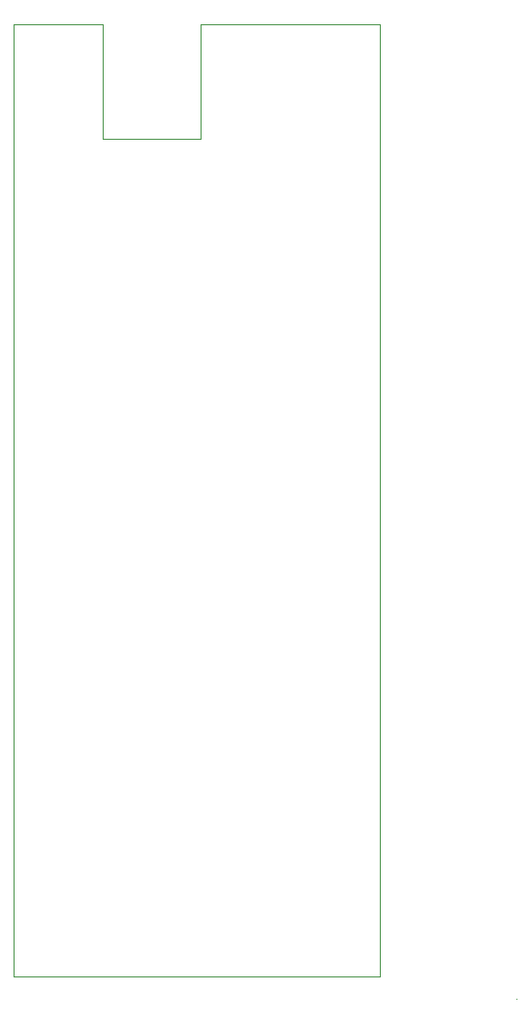
<source format=gbr>
%TF.GenerationSoftware,KiCad,Pcbnew,6.0.7+dfsg-3*%
%TF.CreationDate,2022-09-21T21:46:24+02:00*%
%TF.ProjectId,Adapter_RCB_F9T,41646170-7465-4725-9f52-43425f463954,1*%
%TF.SameCoordinates,Original*%
%TF.FileFunction,Profile,NP*%
%FSLAX46Y46*%
G04 Gerber Fmt 4.6, Leading zero omitted, Abs format (unit mm)*
G04 Created by KiCad (PCBNEW 6.0.7+dfsg-3) date 2022-09-21 21:46:24*
%MOMM*%
%LPD*%
G01*
G04 APERTURE LIST*
%TA.AperFunction,Profile*%
%ADD10C,0.100000*%
%TD*%
G04 APERTURE END LIST*
D10*
X61800000Y-47000000D02*
X70400000Y-47000000D01*
X70400000Y-37000000D01*
X86000000Y-37000000D01*
X86000000Y-120000000D01*
X54000000Y-120000000D01*
X54000000Y-37000000D01*
X61800000Y-37000000D01*
X61800000Y-47000000D01*
X98000000Y-122000000D02*
X98000000Y-122000000D01*
X98000000Y-122000000D02*
X98000000Y-122000000D01*
X98000000Y-122000000D02*
X98000000Y-122000000D01*
X98000000Y-122000000D02*
X98000000Y-122000000D01*
M02*

</source>
